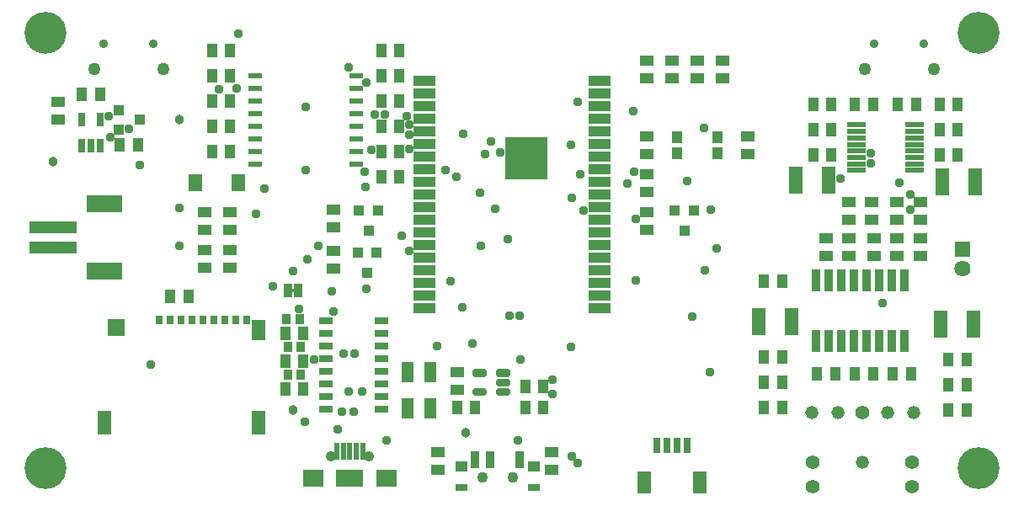
<source format=gbr>
G04 EAGLE Gerber RS-274X export*
G75*
%MOMM*%
%FSLAX34Y34*%
%LPD*%
%INSoldermask Bottom*%
%IPPOS*%
%AMOC8*
5,1,8,0,0,1.08239X$1,22.5*%
G01*
%ADD10R,2.203200X1.103200*%
%ADD11R,4.203200X4.203200*%
%ADD12R,1.403200X1.003200*%
%ADD13R,1.003200X1.403200*%
%ADD14R,1.473200X1.673200*%
%ADD15R,4.803200X1.203200*%
%ADD16R,3.603200X1.803200*%
%ADD17R,1.103200X1.003200*%
%ADD18R,0.903200X1.703200*%
%ADD19R,1.203200X0.803200*%
%ADD20R,1.203200X1.003200*%
%ADD21C,1.103200*%
%ADD22R,0.990600X1.092200*%
%ADD23R,0.703200X0.953200*%
%ADD24R,1.403200X2.003200*%
%ADD25R,1.403200X2.403200*%
%ADD26R,1.803200X1.703200*%
%ADD27R,1.403200X0.803200*%
%ADD28R,0.753200X1.403200*%
%ADD29R,0.838200X1.473200*%
%ADD30R,1.103200X1.203200*%
%ADD31R,1.953200X0.603200*%
%ADD32R,1.403200X2.703200*%
%ADD33C,4.219200*%
%ADD34C,1.403200*%
%ADD35C,1.320800*%
%ADD36C,0.889000*%
%ADD37C,1.270000*%
%ADD38R,0.863600X2.235200*%
%ADD39R,1.473200X0.622300*%
%ADD40C,0.474516*%
%ADD41C,0.965200*%
%ADD42R,1.303200X2.103200*%
%ADD43R,0.603200X1.653200*%
%ADD44C,1.053200*%
%ADD45R,2.000000X1.700000*%
%ADD46R,2.700000X1.700000*%
%ADD47R,1.403200X2.203200*%
%ADD48R,0.803200X1.553200*%
%ADD49R,1.625600X1.625600*%
%ADD50C,1.625600*%
%ADD51R,0.903200X1.103200*%
%ADD52C,0.959600*%

G36*
X281370Y207657D02*
X281370Y207657D01*
X281436Y207659D01*
X281479Y207677D01*
X281526Y207685D01*
X281583Y207719D01*
X281643Y207744D01*
X281678Y207775D01*
X281719Y207800D01*
X281761Y207851D01*
X281809Y207895D01*
X281831Y207937D01*
X281860Y207974D01*
X281881Y208036D01*
X281912Y208095D01*
X281920Y208149D01*
X281932Y208186D01*
X281931Y208226D01*
X281939Y208280D01*
X281939Y210820D01*
X281928Y210885D01*
X281926Y210951D01*
X281908Y210994D01*
X281900Y211041D01*
X281866Y211098D01*
X281841Y211158D01*
X281810Y211193D01*
X281785Y211234D01*
X281734Y211276D01*
X281690Y211324D01*
X281648Y211346D01*
X281611Y211375D01*
X281549Y211396D01*
X281490Y211427D01*
X281436Y211435D01*
X281399Y211447D01*
X281359Y211446D01*
X281305Y211454D01*
X277495Y211454D01*
X277430Y211443D01*
X277364Y211441D01*
X277321Y211423D01*
X277274Y211415D01*
X277217Y211381D01*
X277157Y211356D01*
X277122Y211325D01*
X277081Y211300D01*
X277040Y211249D01*
X276991Y211205D01*
X276969Y211163D01*
X276940Y211126D01*
X276919Y211064D01*
X276888Y211005D01*
X276880Y210951D01*
X276868Y210914D01*
X276868Y210911D01*
X276869Y210874D01*
X276861Y210820D01*
X276861Y208280D01*
X276872Y208215D01*
X276874Y208149D01*
X276892Y208106D01*
X276900Y208059D01*
X276934Y208002D01*
X276959Y207942D01*
X276990Y207907D01*
X277015Y207866D01*
X277066Y207825D01*
X277110Y207776D01*
X277152Y207754D01*
X277189Y207725D01*
X277251Y207704D01*
X277310Y207673D01*
X277364Y207665D01*
X277401Y207653D01*
X277441Y207654D01*
X277495Y207646D01*
X281305Y207646D01*
X281370Y207657D01*
G37*
D10*
X588099Y420420D03*
X588099Y407720D03*
X588099Y395020D03*
X588099Y382320D03*
X588099Y369620D03*
X588099Y356920D03*
X588099Y344220D03*
X588099Y331520D03*
X588099Y318820D03*
X588099Y306120D03*
X588099Y293420D03*
X588099Y280720D03*
X588099Y268020D03*
X588099Y255320D03*
X588099Y242620D03*
X588099Y229920D03*
X588099Y217220D03*
X588099Y204520D03*
X588099Y191820D03*
X411899Y191820D03*
X411899Y204520D03*
X411899Y217220D03*
X411899Y229920D03*
X411899Y242620D03*
X411899Y255320D03*
X411899Y268020D03*
X411899Y280720D03*
X411899Y293420D03*
X411899Y306120D03*
X411899Y318820D03*
X411899Y331520D03*
X411899Y344220D03*
X411899Y356920D03*
X411899Y369620D03*
X411899Y382320D03*
X411899Y395020D03*
X411899Y407720D03*
X411899Y420420D03*
D11*
X513799Y342520D03*
D12*
X635000Y440800D03*
X635000Y422800D03*
X660400Y440800D03*
X660400Y422800D03*
X736600Y346600D03*
X736600Y364600D03*
D13*
X85200Y406400D03*
X67200Y406400D03*
D12*
X43180Y380890D03*
X43180Y398890D03*
X215900Y288400D03*
X215900Y270400D03*
X215900Y250300D03*
X215900Y232300D03*
D14*
X224700Y317500D03*
X181700Y317500D03*
D15*
X37930Y252890D03*
X37930Y272890D03*
D16*
X89930Y228890D03*
X89930Y296890D03*
D17*
X104300Y371500D03*
X104300Y390500D03*
X125300Y381000D03*
D12*
X685800Y422800D03*
X685800Y440800D03*
X320040Y290940D03*
X320040Y272940D03*
D13*
X271670Y110490D03*
X289670Y110490D03*
X271670Y138430D03*
X289670Y138430D03*
X271670Y166370D03*
X289670Y166370D03*
D12*
X190500Y288400D03*
X190500Y270400D03*
X190500Y250300D03*
X190500Y232300D03*
X425450Y29100D03*
X425450Y47100D03*
D13*
X123300Y355600D03*
X105300Y355600D03*
D12*
X635000Y288400D03*
X635000Y270400D03*
X635000Y308500D03*
X635000Y326500D03*
X320040Y231030D03*
X320040Y249030D03*
D18*
X462640Y39090D03*
X477640Y39090D03*
X507640Y39090D03*
D19*
X448640Y11590D03*
D20*
X448640Y32590D03*
D19*
X521640Y11590D03*
D20*
X521640Y32590D03*
D21*
X470140Y21590D03*
X500140Y21590D03*
D22*
X663194Y289560D03*
X682498Y289560D03*
X672846Y269240D03*
X344424Y247650D03*
X363728Y247650D03*
X354076Y227330D03*
X345694Y289560D03*
X364998Y289560D03*
X355346Y269240D03*
D23*
X233050Y180050D03*
X222050Y180050D03*
X211050Y180050D03*
X200050Y180050D03*
X189050Y180050D03*
X178050Y180050D03*
X167050Y180050D03*
X156050Y180050D03*
X145050Y180050D03*
D24*
X245050Y169800D03*
D25*
X245050Y76800D03*
D26*
X101800Y172300D03*
D25*
X90050Y76800D03*
D27*
X368360Y179070D03*
X368360Y166370D03*
X368360Y153670D03*
X368360Y140970D03*
X368360Y128270D03*
X368360Y115570D03*
X368360Y102870D03*
X368360Y90170D03*
X312360Y90170D03*
X312360Y102870D03*
X312360Y115570D03*
X312360Y128270D03*
X312360Y140970D03*
X312360Y153670D03*
X312360Y166370D03*
X312360Y179070D03*
D28*
X85700Y355299D03*
X76200Y355299D03*
X66700Y355299D03*
X66700Y381301D03*
X85700Y381301D03*
D29*
X274320Y209550D03*
X284480Y209550D03*
D30*
X665300Y363600D03*
X665300Y347600D03*
X706300Y347600D03*
X706300Y363600D03*
D13*
X198010Y400050D03*
X216010Y400050D03*
X198010Y425450D03*
X216010Y425450D03*
X386190Y450850D03*
X368190Y450850D03*
X386190Y425450D03*
X368190Y425450D03*
X198010Y349250D03*
X216010Y349250D03*
X198010Y374650D03*
X216010Y374650D03*
X386190Y400050D03*
X368190Y400050D03*
X386190Y374650D03*
X368190Y374650D03*
X386190Y349250D03*
X368190Y349250D03*
X386190Y323850D03*
X368190Y323850D03*
D31*
X845830Y330310D03*
X845830Y336810D03*
X845830Y343310D03*
X845830Y349810D03*
X845830Y356310D03*
X845830Y362810D03*
X845830Y369310D03*
X845830Y375810D03*
X904230Y375810D03*
X904230Y369310D03*
X904230Y362810D03*
X904230Y356310D03*
X904230Y349810D03*
X904230Y343310D03*
X904230Y336810D03*
X904230Y330310D03*
D32*
X930920Y175260D03*
X963920Y175260D03*
X748040Y177800D03*
X781040Y177800D03*
X784870Y320040D03*
X817870Y320040D03*
X965190Y318770D03*
X932190Y318770D03*
D12*
X910590Y280560D03*
X910590Y298560D03*
X838200Y280560D03*
X838200Y298560D03*
D13*
X956420Y88900D03*
X938420Y88900D03*
X753000Y91440D03*
X771000Y91440D03*
X938420Y114300D03*
X956420Y114300D03*
X753000Y116840D03*
X771000Y116840D03*
X956420Y139700D03*
X938420Y139700D03*
X771000Y142240D03*
X753000Y142240D03*
D12*
X886460Y298560D03*
X886460Y280560D03*
X861060Y298560D03*
X861060Y280560D03*
D13*
X802530Y345440D03*
X820530Y345440D03*
X802530Y370840D03*
X820530Y370840D03*
X947530Y345440D03*
X929530Y345440D03*
X802530Y396240D03*
X820530Y396240D03*
X947530Y396240D03*
X929530Y396240D03*
X947530Y370840D03*
X929530Y370840D03*
X905620Y396240D03*
X887620Y396240D03*
X844440Y396240D03*
X862440Y396240D03*
D33*
X30480Y30480D03*
X30480Y468630D03*
X969010Y468630D03*
X969010Y30480D03*
D34*
X902170Y36830D03*
X902170Y11830D03*
X802170Y11830D03*
X802170Y36830D03*
X852170Y86830D03*
D35*
X852170Y36830D03*
X903170Y86830D03*
X877170Y86830D03*
X827170Y86830D03*
X801170Y86830D03*
D36*
X139300Y457200D03*
X89300Y457200D03*
D37*
X79300Y432200D03*
X149300Y432200D03*
D36*
X914000Y457200D03*
X864000Y457200D03*
D37*
X854000Y432200D03*
X924000Y432200D03*
D13*
X198010Y450850D03*
X216010Y450850D03*
D12*
X635000Y364600D03*
X635000Y346600D03*
X711200Y440800D03*
X711200Y422800D03*
D38*
X894080Y158496D03*
X894080Y219964D03*
X881380Y158496D03*
X868680Y158496D03*
X881380Y219964D03*
X868680Y219964D03*
X855980Y158496D03*
X855980Y219964D03*
X843280Y158496D03*
X843280Y219964D03*
X830580Y158496D03*
X817880Y158496D03*
X830580Y219964D03*
X817880Y219964D03*
X805180Y158496D03*
X805180Y219964D03*
D39*
X241300Y336550D03*
X241300Y349250D03*
X241300Y361950D03*
X241300Y374650D03*
X241300Y387350D03*
X241300Y400050D03*
X241300Y412750D03*
X241300Y425450D03*
X342900Y425450D03*
X342900Y412750D03*
X342900Y400050D03*
X342900Y387350D03*
X342900Y374650D03*
X342900Y361950D03*
X342900Y349250D03*
X342900Y336550D03*
D40*
X485796Y127734D02*
X495484Y127734D01*
X495484Y124946D01*
X485796Y124946D01*
X485796Y127734D01*
X485796Y118234D02*
X495484Y118234D01*
X495484Y115446D01*
X485796Y115446D01*
X485796Y118234D01*
X485796Y108734D02*
X495484Y108734D01*
X495484Y105946D01*
X485796Y105946D01*
X485796Y108734D01*
X471784Y105946D02*
X462096Y105946D01*
X462096Y108734D01*
X471784Y108734D01*
X471784Y105946D01*
X471784Y124946D02*
X462096Y124946D01*
X462096Y127734D01*
X471784Y127734D01*
X471784Y124946D01*
D13*
X444390Y91440D03*
X462390Y91440D03*
D12*
X444500Y109110D03*
X444500Y127110D03*
D41*
X453390Y66040D03*
X38100Y339090D03*
X165100Y381000D03*
X279400Y88900D03*
D12*
X539750Y29100D03*
X539750Y47100D03*
D42*
X394900Y90720D03*
X417900Y127720D03*
X417900Y90720D03*
X394900Y127720D03*
D13*
X174100Y203200D03*
X156100Y203200D03*
D43*
X336550Y47570D03*
X343050Y47570D03*
X349550Y47570D03*
X330050Y47570D03*
X323550Y47570D03*
D44*
X355550Y42320D03*
X317550Y42320D03*
D45*
X373390Y20320D03*
X299710Y20320D03*
D46*
X336550Y20320D03*
D13*
X753000Y218440D03*
X771000Y218440D03*
D47*
X688400Y16590D03*
X632400Y16590D03*
D48*
X675400Y53340D03*
X665400Y53340D03*
X655400Y53340D03*
X645400Y53340D03*
D13*
X512970Y91440D03*
X530970Y91440D03*
X512970Y113030D03*
X530970Y113030D03*
D12*
X910590Y261730D03*
X910590Y243730D03*
X886460Y261730D03*
X886460Y243730D03*
X863600Y261730D03*
X863600Y243730D03*
X838200Y261730D03*
X838200Y243730D03*
X815340Y261730D03*
X815340Y243730D03*
D49*
X952500Y251300D03*
D50*
X952500Y231300D03*
D13*
X806340Y125730D03*
X824340Y125730D03*
X862440Y125730D03*
X844440Y125730D03*
X882540Y125730D03*
X900540Y125730D03*
D51*
X285900Y180340D03*
X272900Y180340D03*
X287020Y152400D03*
X274020Y152400D03*
X287020Y124460D03*
X274020Y124460D03*
D52*
X320548Y187960D03*
X293624Y240792D03*
X396240Y365760D03*
X396240Y351536D03*
X699516Y291084D03*
X565404Y399034D03*
X621792Y389636D03*
X705612Y251460D03*
X450850Y366776D03*
X341376Y146304D03*
X396240Y248920D03*
X467360Y307340D03*
X692912Y372872D03*
X693420Y229870D03*
X165100Y292100D03*
X259080Y213360D03*
X318770Y208280D03*
X292100Y393700D03*
X508000Y139700D03*
X558800Y355600D03*
X889000Y317500D03*
X698500Y127000D03*
X872490Y196850D03*
X125730Y335280D03*
X438150Y218440D03*
X165100Y254000D03*
X292100Y330200D03*
X558800Y152400D03*
X353060Y210820D03*
X472694Y346202D03*
X352552Y313182D03*
X136144Y135128D03*
X304800Y254000D03*
X279400Y228600D03*
X285496Y191008D03*
X330200Y146304D03*
X443992Y323850D03*
X623824Y219456D03*
X506984Y183896D03*
X300736Y140208D03*
X432816Y330454D03*
X496824Y183896D03*
X358648Y350520D03*
X394208Y385064D03*
X572008Y289560D03*
X860552Y337312D03*
X622808Y329184D03*
X423926Y153416D03*
X460248Y156464D03*
X495300Y261112D03*
X482600Y291846D03*
X487680Y348488D03*
X396240Y375920D03*
X860552Y347472D03*
X615696Y316992D03*
X623824Y281432D03*
X340360Y87630D03*
X349250Y107950D03*
X335280Y107442D03*
X328930Y87122D03*
X324358Y69342D03*
X373888Y58928D03*
X450088Y192278D03*
X242316Y286512D03*
X205232Y411480D03*
X222504Y412496D03*
X335280Y433832D03*
X353568Y418592D03*
X250698Y312166D03*
X361696Y386080D03*
X371856Y386080D03*
X675640Y319786D03*
X830072Y322072D03*
X389128Y264160D03*
X900176Y305816D03*
X900176Y290576D03*
X224282Y467614D03*
X478536Y359664D03*
X351536Y329184D03*
X560070Y302768D03*
X568198Y326390D03*
X468376Y254000D03*
X680720Y182880D03*
X540512Y105664D03*
X540512Y119888D03*
X565912Y35560D03*
X94488Y385064D03*
X95504Y363728D03*
X114808Y371856D03*
X505714Y58674D03*
X559816Y42672D03*
X291338Y77470D03*
M02*

</source>
